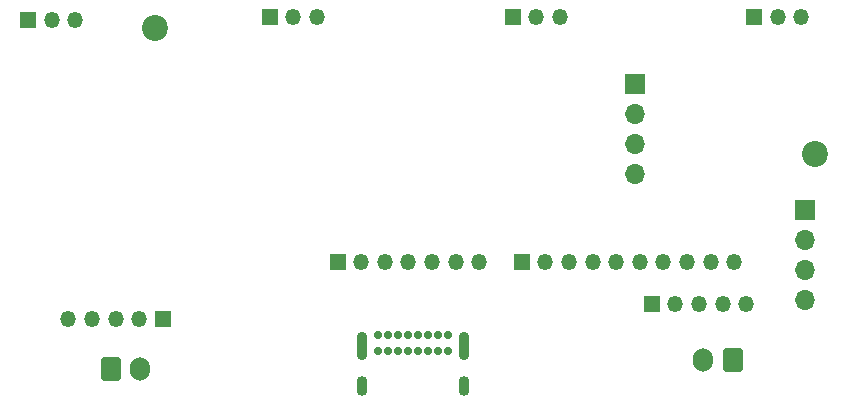
<source format=gbr>
%TF.GenerationSoftware,KiCad,Pcbnew,7.0.7*%
%TF.CreationDate,2025-04-06T11:57:42-05:00*%
%TF.ProjectId,LASK5_V2-0,4c41534b-355f-4563-922d-302e6b696361,rev?*%
%TF.SameCoordinates,Original*%
%TF.FileFunction,Soldermask,Bot*%
%TF.FilePolarity,Negative*%
%FSLAX46Y46*%
G04 Gerber Fmt 4.6, Leading zero omitted, Abs format (unit mm)*
G04 Created by KiCad (PCBNEW 7.0.7) date 2025-04-06 11:57:42*
%MOMM*%
%LPD*%
G01*
G04 APERTURE LIST*
G04 Aperture macros list*
%AMRoundRect*
0 Rectangle with rounded corners*
0 $1 Rounding radius*
0 $2 $3 $4 $5 $6 $7 $8 $9 X,Y pos of 4 corners*
0 Add a 4 corners polygon primitive as box body*
4,1,4,$2,$3,$4,$5,$6,$7,$8,$9,$2,$3,0*
0 Add four circle primitives for the rounded corners*
1,1,$1+$1,$2,$3*
1,1,$1+$1,$4,$5*
1,1,$1+$1,$6,$7*
1,1,$1+$1,$8,$9*
0 Add four rect primitives between the rounded corners*
20,1,$1+$1,$2,$3,$4,$5,0*
20,1,$1+$1,$4,$5,$6,$7,0*
20,1,$1+$1,$6,$7,$8,$9,0*
20,1,$1+$1,$8,$9,$2,$3,0*%
G04 Aperture macros list end*
%ADD10R,1.700000X1.700000*%
%ADD11O,1.700000X1.700000*%
%ADD12R,1.350000X1.350000*%
%ADD13O,1.350000X1.350000*%
%ADD14C,2.200000*%
%ADD15RoundRect,0.250000X0.600000X0.750000X-0.600000X0.750000X-0.600000X-0.750000X0.600000X-0.750000X0*%
%ADD16O,1.700000X2.000000*%
%ADD17RoundRect,0.250000X-0.600000X-0.750000X0.600000X-0.750000X0.600000X0.750000X-0.600000X0.750000X0*%
%ADD18C,0.700000*%
%ADD19O,0.900000X2.400000*%
%ADD20O,0.900000X1.700000*%
G04 APERTURE END LIST*
D10*
%TO.C,J9*%
X170688000Y-73787000D03*
D11*
X170688000Y-76327000D03*
X170688000Y-78867000D03*
X170688000Y-81407000D03*
%TD*%
D12*
%TO.C,J3*%
X161068000Y-88900000D03*
D13*
X163068000Y-88900000D03*
X165068000Y-88900000D03*
X167068000Y-88900000D03*
X169068000Y-88900000D03*
X171068000Y-88900000D03*
X173068000Y-88900000D03*
X175068000Y-88900000D03*
X177068000Y-88900000D03*
X179068000Y-88900000D03*
%TD*%
D12*
%TO.C,H2*%
X139732000Y-68167600D03*
D13*
X141732000Y-68167600D03*
X143732000Y-68167600D03*
%TD*%
D14*
%TO.C,H8*%
X130048000Y-69088000D03*
%TD*%
D12*
%TO.C,Joystick1*%
X172085000Y-92456000D03*
D13*
X174085000Y-92456000D03*
X176085000Y-92456000D03*
X178085000Y-92456000D03*
X180085000Y-92456000D03*
%TD*%
D12*
%TO.C,H4*%
X180753000Y-68167600D03*
D13*
X182753000Y-68167600D03*
X184753000Y-68167600D03*
%TD*%
D12*
%TO.C,J6*%
X145480000Y-88900000D03*
D13*
X147480000Y-88900000D03*
X149480000Y-88900000D03*
X151480000Y-88900000D03*
X153480000Y-88900000D03*
X155480000Y-88900000D03*
X157480000Y-88900000D03*
%TD*%
D14*
%TO.C,H7*%
X185928000Y-79756000D03*
%TD*%
D15*
%TO.C,BattExtLTC4054*%
X178923000Y-97201000D03*
D16*
X176423000Y-97201000D03*
%TD*%
D17*
%TO.C,J2*%
X126278000Y-97917000D03*
D16*
X128778000Y-97917000D03*
%TD*%
D12*
%TO.C,Joystick2*%
X130683000Y-93726000D03*
D13*
X128683000Y-93726000D03*
X126683000Y-93726000D03*
X124683000Y-93726000D03*
X122683000Y-93726000D03*
%TD*%
D18*
%TO.C,P1*%
X148881000Y-95043000D03*
X149731000Y-95043000D03*
X150581000Y-95043000D03*
X151431000Y-95043000D03*
X152281000Y-95043000D03*
X153131000Y-95043000D03*
X153981000Y-95043000D03*
X154831000Y-95043000D03*
X154831000Y-96393000D03*
X153981000Y-96393000D03*
X153131000Y-96393000D03*
X152281000Y-96393000D03*
X151431000Y-96393000D03*
X150581000Y-96393000D03*
X149731000Y-96393000D03*
X148881000Y-96393000D03*
D19*
X147531000Y-96023000D03*
D20*
X147531000Y-99403000D03*
D19*
X156181000Y-96023000D03*
D20*
X156181000Y-99403000D03*
%TD*%
D12*
%TO.C,H1*%
X119285000Y-68398600D03*
D13*
X121285000Y-68398600D03*
X123285000Y-68398600D03*
%TD*%
D12*
%TO.C,H3*%
X160306000Y-68167600D03*
D13*
X162306000Y-68167600D03*
X164306000Y-68167600D03*
%TD*%
D10*
%TO.C,J1*%
X185039000Y-84455000D03*
D11*
X185039000Y-86995000D03*
X185039000Y-89535000D03*
X185039000Y-92075000D03*
%TD*%
M02*

</source>
